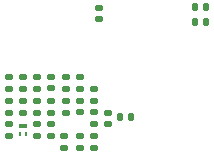
<source format=gbr>
%TF.GenerationSoftware,KiCad,Pcbnew,7.0.1*%
%TF.CreationDate,2024-01-06T01:51:29+00:00*%
%TF.ProjectId,rfid_module,72666964-5f6d-46f6-9475-6c652e6b6963,rev?*%
%TF.SameCoordinates,Original*%
%TF.FileFunction,Paste,Bot*%
%TF.FilePolarity,Positive*%
%FSLAX46Y46*%
G04 Gerber Fmt 4.6, Leading zero omitted, Abs format (unit mm)*
G04 Created by KiCad (PCBNEW 7.0.1) date 2024-01-06 01:51:29*
%MOMM*%
%LPD*%
G01*
G04 APERTURE LIST*
G04 Aperture macros list*
%AMRoundRect*
0 Rectangle with rounded corners*
0 $1 Rounding radius*
0 $2 $3 $4 $5 $6 $7 $8 $9 X,Y pos of 4 corners*
0 Add a 4 corners polygon primitive as box body*
4,1,4,$2,$3,$4,$5,$6,$7,$8,$9,$2,$3,0*
0 Add four circle primitives for the rounded corners*
1,1,$1+$1,$2,$3*
1,1,$1+$1,$4,$5*
1,1,$1+$1,$6,$7*
1,1,$1+$1,$8,$9*
0 Add four rect primitives between the rounded corners*
20,1,$1+$1,$2,$3,$4,$5,0*
20,1,$1+$1,$4,$5,$6,$7,0*
20,1,$1+$1,$6,$7,$8,$9,0*
20,1,$1+$1,$8,$9,$2,$3,0*%
G04 Aperture macros list end*
%ADD10RoundRect,0.140000X0.140000X0.170000X-0.140000X0.170000X-0.140000X-0.170000X0.140000X-0.170000X0*%
%ADD11RoundRect,0.140000X-0.170000X0.140000X-0.170000X-0.140000X0.170000X-0.140000X0.170000X0.140000X0*%
%ADD12RoundRect,0.135000X-0.185000X0.135000X-0.185000X-0.135000X0.185000X-0.135000X0.185000X0.135000X0*%
%ADD13RoundRect,0.140000X0.170000X-0.140000X0.170000X0.140000X-0.170000X0.140000X-0.170000X-0.140000X0*%
%ADD14RoundRect,0.135000X0.185000X-0.135000X0.185000X0.135000X-0.185000X0.135000X-0.185000X-0.135000X0*%
%ADD15RoundRect,0.062500X0.062500X0.137500X-0.062500X0.137500X-0.062500X-0.137500X0.062500X-0.137500X0*%
%ADD16RoundRect,0.100000X-0.250000X0.100000X-0.250000X-0.100000X0.250000X-0.100000X0.250000X0.100000X0*%
G04 APERTURE END LIST*
D10*
%TO.C,C211*%
X108180000Y-65600000D03*
X107220000Y-65600000D03*
%TD*%
%TO.C,C303*%
X114480000Y-56300000D03*
X113520000Y-56300000D03*
%TD*%
D11*
%TO.C,C204*%
X103800000Y-62220000D03*
X103800000Y-63180000D03*
%TD*%
D12*
%TO.C,R212*%
X102600000Y-62190000D03*
X102600000Y-63210000D03*
%TD*%
%TO.C,R218*%
X101400000Y-66190000D03*
X101400000Y-67210000D03*
%TD*%
D13*
%TO.C,C203*%
X103800000Y-65180000D03*
X103800000Y-64220000D03*
%TD*%
%TO.C,C213*%
X106200000Y-66180000D03*
X106200000Y-65220000D03*
%TD*%
D14*
%TO.C,R215*%
X100200000Y-67210000D03*
X100200000Y-66190000D03*
%TD*%
D12*
%TO.C,R214*%
X101400000Y-64190000D03*
X101400000Y-65210000D03*
%TD*%
D13*
%TO.C,C210*%
X102500000Y-68180000D03*
X102500000Y-67220000D03*
%TD*%
D12*
%TO.C,R217*%
X97800000Y-64190000D03*
X97800000Y-65210000D03*
%TD*%
D14*
%TO.C,R216*%
X97800000Y-67210000D03*
X97800000Y-66190000D03*
%TD*%
D13*
%TO.C,C202*%
X99000000Y-63180000D03*
X99000000Y-62220000D03*
%TD*%
D14*
%TO.C,R203*%
X99000000Y-65210000D03*
X99000000Y-64190000D03*
%TD*%
D10*
%TO.C,C304*%
X114480000Y-57500000D03*
X113520000Y-57500000D03*
%TD*%
D13*
%TO.C,C501*%
X105400000Y-57280000D03*
X105400000Y-56320000D03*
%TD*%
D14*
%TO.C,R211*%
X105000000Y-64210000D03*
X105000000Y-63190000D03*
%TD*%
D15*
%TO.C,Q204*%
X99225000Y-67050000D03*
X98775000Y-67050000D03*
D16*
X99000000Y-66350000D03*
%TD*%
D14*
%TO.C,R213*%
X102600000Y-65210000D03*
X102600000Y-64190000D03*
%TD*%
D12*
%TO.C,R210*%
X100200000Y-62190000D03*
X100200000Y-63210000D03*
%TD*%
D13*
%TO.C,C201*%
X97800000Y-63180000D03*
X97800000Y-62220000D03*
%TD*%
D14*
%TO.C,R221*%
X105000000Y-68210000D03*
X105000000Y-67190000D03*
%TD*%
%TO.C,R222*%
X105000000Y-66210000D03*
X105000000Y-65190000D03*
%TD*%
%TO.C,R208*%
X100200000Y-65210000D03*
X100200000Y-64190000D03*
%TD*%
D12*
%TO.C,R220*%
X103800000Y-67190000D03*
X103800000Y-68210000D03*
%TD*%
D13*
%TO.C,C206*%
X101400000Y-63160000D03*
X101400000Y-62200000D03*
%TD*%
M02*

</source>
